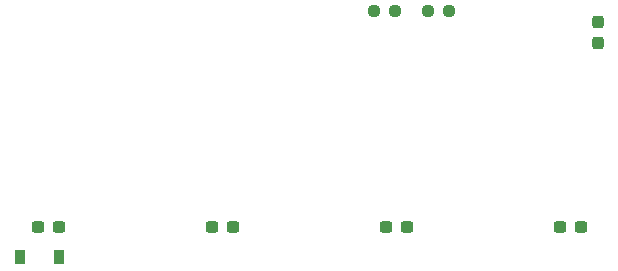
<source format=gbp>
%TF.GenerationSoftware,KiCad,Pcbnew,(6.0.11)*%
%TF.CreationDate,2023-05-24T21:09:08+09:00*%
%TF.ProjectId,power,706f7765-722e-46b6-9963-61645f706362,rev?*%
%TF.SameCoordinates,Original*%
%TF.FileFunction,Paste,Bot*%
%TF.FilePolarity,Positive*%
%FSLAX46Y46*%
G04 Gerber Fmt 4.6, Leading zero omitted, Abs format (unit mm)*
G04 Created by KiCad (PCBNEW (6.0.11)) date 2023-05-24 21:09:08*
%MOMM*%
%LPD*%
G01*
G04 APERTURE LIST*
G04 Aperture macros list*
%AMRoundRect*
0 Rectangle with rounded corners*
0 $1 Rounding radius*
0 $2 $3 $4 $5 $6 $7 $8 $9 X,Y pos of 4 corners*
0 Add a 4 corners polygon primitive as box body*
4,1,4,$2,$3,$4,$5,$6,$7,$8,$9,$2,$3,0*
0 Add four circle primitives for the rounded corners*
1,1,$1+$1,$2,$3*
1,1,$1+$1,$4,$5*
1,1,$1+$1,$6,$7*
1,1,$1+$1,$8,$9*
0 Add four rect primitives between the rounded corners*
20,1,$1+$1,$2,$3,$4,$5,0*
20,1,$1+$1,$4,$5,$6,$7,0*
20,1,$1+$1,$6,$7,$8,$9,0*
20,1,$1+$1,$8,$9,$2,$3,0*%
G04 Aperture macros list end*
%ADD10RoundRect,0.237500X0.300000X0.237500X-0.300000X0.237500X-0.300000X-0.237500X0.300000X-0.237500X0*%
%ADD11RoundRect,0.237500X-0.250000X-0.237500X0.250000X-0.237500X0.250000X0.237500X-0.250000X0.237500X0*%
%ADD12RoundRect,0.237500X-0.237500X0.300000X-0.237500X-0.300000X0.237500X-0.300000X0.237500X0.300000X0*%
%ADD13R,0.900000X1.200000*%
%ADD14RoundRect,0.237500X0.250000X0.237500X-0.250000X0.237500X-0.250000X-0.237500X0.250000X-0.237500X0*%
G04 APERTURE END LIST*
D10*
%TO.C,C4*%
X142994500Y-101352000D03*
X141269500Y-101352000D03*
%TD*%
D11*
%TO.C,R1*%
X144775500Y-83064000D03*
X146600500Y-83064000D03*
%TD*%
D12*
%TO.C,C2*%
X159150000Y-83979500D03*
X159150000Y-85704500D03*
%TD*%
D10*
%TO.C,C5*%
X157726500Y-101352000D03*
X156001500Y-101352000D03*
%TD*%
%TO.C,C3*%
X113530500Y-101352000D03*
X111805500Y-101352000D03*
%TD*%
%TO.C,C6*%
X128262500Y-101352000D03*
X126537500Y-101352000D03*
%TD*%
D13*
%TO.C,D1*%
X113556000Y-103892000D03*
X110256000Y-103892000D03*
%TD*%
D14*
%TO.C,R2*%
X142028500Y-83064000D03*
X140203500Y-83064000D03*
%TD*%
M02*

</source>
